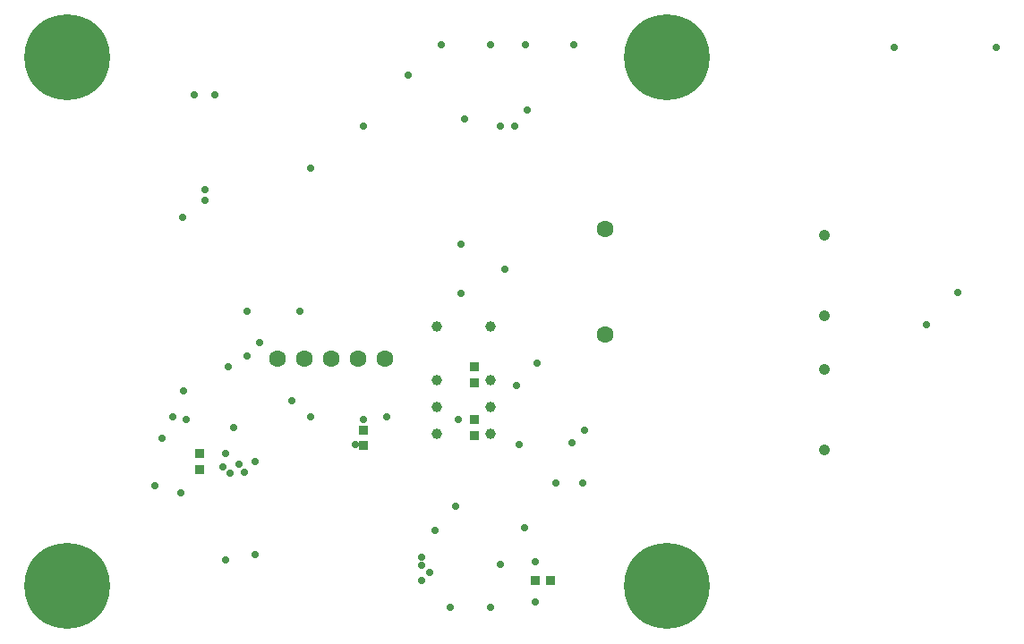
<source format=gbs>
G04*
G04 #@! TF.GenerationSoftware,Altium Limited,Altium Designer,19.0.15 (446)*
G04*
G04 Layer_Color=16711935*
%FSLAX25Y25*%
%MOIN*%
G70*
G01*
G75*
%ADD21R,0.03353X0.03550*%
%ADD24R,0.03550X0.03353*%
%ADD39C,0.31896*%
%ADD40C,0.06306*%
%ADD41C,0.04239*%
%ADD42C,0.03943*%
%ADD43C,0.02762*%
D21*
X-111221Y-40354D02*
D03*
Y-46260D02*
D03*
X-172244Y-55118D02*
D03*
Y-49213D02*
D03*
X-69882Y-36417D02*
D03*
Y-42323D02*
D03*
Y-16732D02*
D03*
Y-22638D02*
D03*
D24*
X-47244Y-96457D02*
D03*
X-41339D02*
D03*
D39*
X-221457Y98425D02*
D03*
Y-98425D02*
D03*
X1969D02*
D03*
Y98425D02*
D03*
D40*
X-103032Y-13780D02*
D03*
X-113031D02*
D03*
X-123031D02*
D03*
X-133031D02*
D03*
X-143032D02*
D03*
X-21248Y34449D02*
D03*
Y-4921D02*
D03*
D41*
X60630Y32126D02*
D03*
Y2126D02*
D03*
Y-17874D02*
D03*
Y-47874D02*
D03*
D42*
X-83661Y-21654D02*
D03*
Y-31654D02*
D03*
Y-41654D02*
D03*
X-63661D02*
D03*
Y-31654D02*
D03*
Y-21654D02*
D03*
Y-1654D02*
D03*
X-83661D02*
D03*
D43*
X98425Y-1181D02*
D03*
X110236Y10773D02*
D03*
X-33465Y-44985D02*
D03*
X-53150Y-45807D02*
D03*
X-60039Y-90551D02*
D03*
X-75787Y-36417D02*
D03*
X-76772Y-68898D02*
D03*
X-130906Y-35433D02*
D03*
X-177165Y-36417D02*
D03*
X-163386Y-54134D02*
D03*
X-162402Y-49213D02*
D03*
X-160887Y-56590D02*
D03*
X-155512Y-56221D02*
D03*
X-137795Y-29528D02*
D03*
X-111221Y-36417D02*
D03*
X-50197Y78740D02*
D03*
X-154528Y-12795D02*
D03*
X-149661Y-7874D02*
D03*
X-151453Y-52165D02*
D03*
X-111221Y73032D02*
D03*
X-159449Y-39370D02*
D03*
X-161417Y-16732D02*
D03*
X-84646Y-77756D02*
D03*
X-73622Y75524D02*
D03*
X-114173Y-45807D02*
D03*
X-151575Y-86614D02*
D03*
X-179134Y-63892D02*
D03*
X-102362Y-35433D02*
D03*
X-154528Y3937D02*
D03*
X-134843D02*
D03*
X-186024Y-43307D02*
D03*
X-178150Y-25684D02*
D03*
X-89567Y-96457D02*
D03*
X-157480Y-53150D02*
D03*
X-86614Y-93504D02*
D03*
X-89567Y-90746D02*
D03*
Y-87598D02*
D03*
X-182087Y-35433D02*
D03*
X-178346Y39002D02*
D03*
X-188976Y-61024D02*
D03*
X-78740Y-106299D02*
D03*
X-63895D02*
D03*
X-47244Y-104331D02*
D03*
Y-89568D02*
D03*
X-29528Y-60039D02*
D03*
X-39370D02*
D03*
X-51181Y-76772D02*
D03*
X-54134Y-23622D02*
D03*
X-46565Y-15354D02*
D03*
X-28721Y-40354D02*
D03*
X-94488Y92020D02*
D03*
X-50984Y103347D02*
D03*
X-82087D02*
D03*
X-130905Y57087D02*
D03*
X-166339Y84646D02*
D03*
X-174213D02*
D03*
X-170276Y45276D02*
D03*
Y49213D02*
D03*
X-162402Y-88776D02*
D03*
X-74803Y10630D02*
D03*
X-58571Y19685D02*
D03*
X-74803Y28740D02*
D03*
X-32874Y103347D02*
D03*
X-54724Y73032D02*
D03*
X-60236D02*
D03*
X-63976Y103347D02*
D03*
X86614Y102363D02*
D03*
X124521D02*
D03*
M02*

</source>
